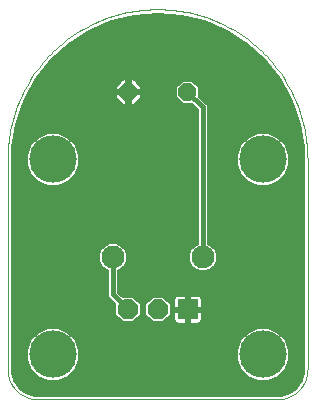
<source format=gbl>
G75*
%MOIN*%
%OFA0B0*%
%FSLAX25Y25*%
%IPPOS*%
%LPD*%
%AMOC8*
5,1,8,0,0,1.08239X$1,22.5*
%
%ADD10OC8,0.06600*%
%ADD11R,0.06600X0.06600*%
%ADD12C,0.00000*%
%ADD13C,0.15811*%
%ADD14C,0.07600*%
%ADD15OC8,0.05937*%
%ADD16C,0.01600*%
D10*
X0046800Y0054006D03*
X0056800Y0054006D03*
D11*
X0066800Y0054006D03*
D12*
X0096800Y0024006D02*
X0016800Y0024006D01*
X0016558Y0024009D01*
X0016317Y0024018D01*
X0016076Y0024032D01*
X0015835Y0024053D01*
X0015595Y0024079D01*
X0015355Y0024111D01*
X0015116Y0024149D01*
X0014879Y0024192D01*
X0014642Y0024242D01*
X0014407Y0024297D01*
X0014173Y0024357D01*
X0013941Y0024424D01*
X0013710Y0024495D01*
X0013481Y0024573D01*
X0013254Y0024656D01*
X0013029Y0024744D01*
X0012806Y0024838D01*
X0012586Y0024937D01*
X0012368Y0025042D01*
X0012153Y0025151D01*
X0011940Y0025266D01*
X0011730Y0025386D01*
X0011524Y0025511D01*
X0011320Y0025641D01*
X0011119Y0025776D01*
X0010922Y0025916D01*
X0010728Y0026060D01*
X0010538Y0026209D01*
X0010352Y0026363D01*
X0010169Y0026521D01*
X0009990Y0026683D01*
X0009815Y0026850D01*
X0009644Y0027021D01*
X0009477Y0027196D01*
X0009315Y0027375D01*
X0009157Y0027558D01*
X0009003Y0027744D01*
X0008854Y0027934D01*
X0008710Y0028128D01*
X0008570Y0028325D01*
X0008435Y0028526D01*
X0008305Y0028730D01*
X0008180Y0028936D01*
X0008060Y0029146D01*
X0007945Y0029359D01*
X0007836Y0029574D01*
X0007731Y0029792D01*
X0007632Y0030012D01*
X0007538Y0030235D01*
X0007450Y0030460D01*
X0007367Y0030687D01*
X0007289Y0030916D01*
X0007218Y0031147D01*
X0007151Y0031379D01*
X0007091Y0031613D01*
X0007036Y0031848D01*
X0006986Y0032085D01*
X0006943Y0032322D01*
X0006905Y0032561D01*
X0006873Y0032801D01*
X0006847Y0033041D01*
X0006826Y0033282D01*
X0006812Y0033523D01*
X0006803Y0033764D01*
X0006800Y0034006D01*
X0006800Y0104006D01*
X0006815Y0105224D01*
X0006859Y0106440D01*
X0006933Y0107656D01*
X0007037Y0108869D01*
X0007170Y0110079D01*
X0007333Y0111286D01*
X0007525Y0112488D01*
X0007746Y0113686D01*
X0007996Y0114878D01*
X0008275Y0116063D01*
X0008583Y0117241D01*
X0008920Y0118411D01*
X0009285Y0119573D01*
X0009678Y0120725D01*
X0010099Y0121868D01*
X0010548Y0122999D01*
X0011024Y0124120D01*
X0011528Y0125229D01*
X0012058Y0126325D01*
X0012615Y0127408D01*
X0013198Y0128477D01*
X0013806Y0129531D01*
X0014441Y0130571D01*
X0015100Y0131594D01*
X0015784Y0132602D01*
X0016493Y0133592D01*
X0017225Y0134565D01*
X0017981Y0135519D01*
X0018760Y0136455D01*
X0019561Y0137372D01*
X0020385Y0138269D01*
X0021230Y0139145D01*
X0022096Y0140001D01*
X0022983Y0140836D01*
X0023890Y0141648D01*
X0024816Y0142438D01*
X0025762Y0143206D01*
X0026725Y0143950D01*
X0027707Y0144670D01*
X0028706Y0145367D01*
X0029721Y0146039D01*
X0030753Y0146686D01*
X0031800Y0147307D01*
X0032862Y0147903D01*
X0033938Y0148473D01*
X0035027Y0149017D01*
X0036130Y0149533D01*
X0037245Y0150023D01*
X0038371Y0150486D01*
X0039508Y0150921D01*
X0040656Y0151328D01*
X0041813Y0151707D01*
X0042979Y0152058D01*
X0044153Y0152380D01*
X0045335Y0152674D01*
X0046524Y0152939D01*
X0047718Y0153174D01*
X0048918Y0153381D01*
X0050123Y0153558D01*
X0051331Y0153706D01*
X0052543Y0153824D01*
X0053758Y0153913D01*
X0054974Y0153973D01*
X0056191Y0154002D01*
X0057409Y0154002D01*
X0058626Y0153973D01*
X0059842Y0153913D01*
X0061057Y0153824D01*
X0062269Y0153706D01*
X0063477Y0153558D01*
X0064682Y0153381D01*
X0065882Y0153174D01*
X0067076Y0152939D01*
X0068265Y0152674D01*
X0069447Y0152380D01*
X0070621Y0152058D01*
X0071787Y0151707D01*
X0072944Y0151328D01*
X0074092Y0150921D01*
X0075229Y0150486D01*
X0076355Y0150023D01*
X0077470Y0149533D01*
X0078573Y0149017D01*
X0079662Y0148473D01*
X0080738Y0147903D01*
X0081800Y0147307D01*
X0082847Y0146686D01*
X0083879Y0146039D01*
X0084894Y0145367D01*
X0085893Y0144670D01*
X0086875Y0143950D01*
X0087838Y0143206D01*
X0088784Y0142438D01*
X0089710Y0141648D01*
X0090617Y0140836D01*
X0091504Y0140001D01*
X0092370Y0139145D01*
X0093215Y0138269D01*
X0094039Y0137372D01*
X0094840Y0136455D01*
X0095619Y0135519D01*
X0096375Y0134565D01*
X0097107Y0133592D01*
X0097816Y0132602D01*
X0098500Y0131594D01*
X0099159Y0130571D01*
X0099794Y0129531D01*
X0100402Y0128477D01*
X0100985Y0127408D01*
X0101542Y0126325D01*
X0102072Y0125229D01*
X0102576Y0124120D01*
X0103052Y0122999D01*
X0103501Y0121868D01*
X0103922Y0120725D01*
X0104315Y0119573D01*
X0104680Y0118411D01*
X0105017Y0117241D01*
X0105325Y0116063D01*
X0105604Y0114878D01*
X0105854Y0113686D01*
X0106075Y0112488D01*
X0106267Y0111286D01*
X0106430Y0110079D01*
X0106563Y0108869D01*
X0106667Y0107656D01*
X0106741Y0106440D01*
X0106785Y0105224D01*
X0106800Y0104006D01*
X0106800Y0034006D01*
X0106797Y0033764D01*
X0106788Y0033523D01*
X0106774Y0033282D01*
X0106753Y0033041D01*
X0106727Y0032801D01*
X0106695Y0032561D01*
X0106657Y0032322D01*
X0106614Y0032085D01*
X0106564Y0031848D01*
X0106509Y0031613D01*
X0106449Y0031379D01*
X0106382Y0031147D01*
X0106311Y0030916D01*
X0106233Y0030687D01*
X0106150Y0030460D01*
X0106062Y0030235D01*
X0105968Y0030012D01*
X0105869Y0029792D01*
X0105764Y0029574D01*
X0105655Y0029359D01*
X0105540Y0029146D01*
X0105420Y0028936D01*
X0105295Y0028730D01*
X0105165Y0028526D01*
X0105030Y0028325D01*
X0104890Y0028128D01*
X0104746Y0027934D01*
X0104597Y0027744D01*
X0104443Y0027558D01*
X0104285Y0027375D01*
X0104123Y0027196D01*
X0103956Y0027021D01*
X0103785Y0026850D01*
X0103610Y0026683D01*
X0103431Y0026521D01*
X0103248Y0026363D01*
X0103062Y0026209D01*
X0102872Y0026060D01*
X0102678Y0025916D01*
X0102481Y0025776D01*
X0102280Y0025641D01*
X0102076Y0025511D01*
X0101870Y0025386D01*
X0101660Y0025266D01*
X0101447Y0025151D01*
X0101232Y0025042D01*
X0101014Y0024937D01*
X0100794Y0024838D01*
X0100571Y0024744D01*
X0100346Y0024656D01*
X0100119Y0024573D01*
X0099890Y0024495D01*
X0099659Y0024424D01*
X0099427Y0024357D01*
X0099193Y0024297D01*
X0098958Y0024242D01*
X0098721Y0024192D01*
X0098484Y0024149D01*
X0098245Y0024111D01*
X0098005Y0024079D01*
X0097765Y0024053D01*
X0097524Y0024032D01*
X0097283Y0024018D01*
X0097042Y0024009D01*
X0096800Y0024006D01*
D13*
X0091800Y0039006D03*
X0091800Y0104006D03*
X0021800Y0104006D03*
X0021800Y0039006D03*
D14*
X0041800Y0071506D03*
X0071800Y0071506D03*
D15*
X0066643Y0126506D03*
X0046957Y0126506D03*
D16*
X0046773Y0126690D02*
X0046773Y0126322D01*
X0042189Y0126322D01*
X0042189Y0124531D01*
X0044982Y0121737D01*
X0046773Y0121737D01*
X0046773Y0126322D01*
X0047142Y0126322D01*
X0047142Y0126690D01*
X0051726Y0126690D01*
X0051726Y0128481D01*
X0048933Y0131274D01*
X0047142Y0131274D01*
X0047142Y0126690D01*
X0046773Y0126690D01*
X0042189Y0126690D01*
X0042189Y0128481D01*
X0044982Y0131274D01*
X0046773Y0131274D01*
X0046773Y0126690D01*
X0046773Y0126311D02*
X0047142Y0126311D01*
X0047142Y0126322D02*
X0047142Y0121737D01*
X0048933Y0121737D01*
X0051726Y0124531D01*
X0051726Y0126322D01*
X0047142Y0126322D01*
X0047142Y0127909D02*
X0046773Y0127909D01*
X0046773Y0129508D02*
X0047142Y0129508D01*
X0047142Y0131106D02*
X0046773Y0131106D01*
X0044814Y0131106D02*
X0017022Y0131106D01*
X0016449Y0130369D02*
X0021338Y0136651D01*
X0027195Y0142042D01*
X0033859Y0146397D01*
X0041149Y0149594D01*
X0048867Y0151549D01*
X0056800Y0152206D01*
X0064733Y0151549D01*
X0072451Y0149594D01*
X0079741Y0146397D01*
X0086405Y0142042D01*
X0092262Y0136651D01*
X0097151Y0130369D01*
X0100940Y0123368D01*
X0103525Y0115838D01*
X0104835Y0107986D01*
X0105000Y0104006D01*
X0105000Y0034006D01*
X0104899Y0032723D01*
X0104106Y0030283D01*
X0102598Y0028208D01*
X0100523Y0026700D01*
X0098083Y0025907D01*
X0096800Y0025806D01*
X0016800Y0025806D01*
X0015517Y0025907D01*
X0013077Y0026700D01*
X0011002Y0028208D01*
X0009494Y0030283D01*
X0008701Y0032723D01*
X0008600Y0034006D01*
X0008600Y0104006D01*
X0008765Y0107986D01*
X0010075Y0115838D01*
X0012660Y0123368D01*
X0016449Y0130369D01*
X0015983Y0129508D02*
X0043216Y0129508D01*
X0042189Y0127909D02*
X0015117Y0127909D01*
X0014252Y0126311D02*
X0042189Y0126311D01*
X0042189Y0124712D02*
X0013387Y0124712D01*
X0012573Y0123114D02*
X0043606Y0123114D01*
X0046773Y0123114D02*
X0047142Y0123114D01*
X0047142Y0124712D02*
X0046773Y0124712D01*
X0050309Y0123114D02*
X0063857Y0123114D01*
X0064833Y0122137D02*
X0067900Y0122137D01*
X0069600Y0120437D01*
X0069600Y0076223D01*
X0068854Y0075914D01*
X0067392Y0074451D01*
X0066600Y0072540D01*
X0066600Y0070472D01*
X0067392Y0068560D01*
X0068854Y0067098D01*
X0070766Y0066306D01*
X0072834Y0066306D01*
X0074746Y0067098D01*
X0076208Y0068560D01*
X0077000Y0070472D01*
X0077000Y0072540D01*
X0076208Y0074451D01*
X0074746Y0075914D01*
X0074000Y0076223D01*
X0074000Y0122260D01*
X0072711Y0123548D01*
X0071011Y0125249D01*
X0071011Y0128315D01*
X0068452Y0130874D01*
X0064833Y0130874D01*
X0062274Y0128315D01*
X0062274Y0124696D01*
X0064833Y0122137D01*
X0062274Y0124712D02*
X0051726Y0124712D01*
X0051726Y0126311D02*
X0062274Y0126311D01*
X0062274Y0127909D02*
X0051726Y0127909D01*
X0050699Y0129508D02*
X0063466Y0129508D01*
X0066643Y0126506D02*
X0071800Y0121348D01*
X0071800Y0071506D01*
X0075502Y0075158D02*
X0105000Y0075158D01*
X0105000Y0073560D02*
X0076578Y0073560D01*
X0077000Y0071961D02*
X0105000Y0071961D01*
X0105000Y0070363D02*
X0076955Y0070363D01*
X0076293Y0068764D02*
X0105000Y0068764D01*
X0105000Y0067166D02*
X0074814Y0067166D01*
X0068786Y0067166D02*
X0044814Y0067166D01*
X0044746Y0067098D02*
X0046208Y0068560D01*
X0047000Y0070472D01*
X0047000Y0072540D01*
X0046208Y0074451D01*
X0044746Y0075914D01*
X0042834Y0076706D01*
X0040766Y0076706D01*
X0038854Y0075914D01*
X0037392Y0074451D01*
X0036600Y0072540D01*
X0036600Y0070472D01*
X0037392Y0068560D01*
X0038854Y0067098D01*
X0039600Y0066789D01*
X0039600Y0058095D01*
X0042100Y0055595D01*
X0042100Y0052059D01*
X0044853Y0049306D01*
X0048747Y0049306D01*
X0051500Y0052059D01*
X0051500Y0055953D01*
X0048747Y0058706D01*
X0045211Y0058706D01*
X0044000Y0059917D01*
X0044000Y0066789D01*
X0044746Y0067098D01*
X0044000Y0065567D02*
X0105000Y0065567D01*
X0105000Y0063969D02*
X0044000Y0063969D01*
X0044000Y0062370D02*
X0105000Y0062370D01*
X0105000Y0060772D02*
X0044000Y0060772D01*
X0044744Y0059173D02*
X0105000Y0059173D01*
X0105000Y0057575D02*
X0071891Y0057575D01*
X0071900Y0057543D02*
X0071777Y0058001D01*
X0071540Y0058411D01*
X0071205Y0058746D01*
X0070795Y0058983D01*
X0070337Y0059106D01*
X0066886Y0059106D01*
X0066886Y0054092D01*
X0066714Y0054092D01*
X0066714Y0059106D01*
X0063263Y0059106D01*
X0062805Y0058983D01*
X0062395Y0058746D01*
X0062060Y0058411D01*
X0061823Y0058001D01*
X0061700Y0057543D01*
X0061700Y0054092D01*
X0066714Y0054092D01*
X0066714Y0053920D01*
X0061700Y0053920D01*
X0061700Y0050469D01*
X0061823Y0050011D01*
X0062060Y0049601D01*
X0062395Y0049266D01*
X0062805Y0049029D01*
X0063263Y0048906D01*
X0066714Y0048906D01*
X0066714Y0053920D01*
X0066886Y0053920D01*
X0066886Y0054092D01*
X0071900Y0054092D01*
X0071900Y0057543D01*
X0071900Y0055976D02*
X0105000Y0055976D01*
X0105000Y0054378D02*
X0071900Y0054378D01*
X0071900Y0053920D02*
X0066886Y0053920D01*
X0066886Y0048906D01*
X0070337Y0048906D01*
X0070795Y0049029D01*
X0071205Y0049266D01*
X0071540Y0049601D01*
X0071777Y0050011D01*
X0071900Y0050469D01*
X0071900Y0053920D01*
X0071900Y0052779D02*
X0105000Y0052779D01*
X0105000Y0051181D02*
X0071900Y0051181D01*
X0071522Y0049582D02*
X0105000Y0049582D01*
X0105000Y0047984D02*
X0094442Y0047984D01*
X0093651Y0048311D02*
X0089949Y0048311D01*
X0086529Y0046895D01*
X0083911Y0044277D01*
X0082494Y0040857D01*
X0082494Y0037155D01*
X0083911Y0033735D01*
X0086529Y0031117D01*
X0089949Y0029700D01*
X0093651Y0029700D01*
X0097071Y0031117D01*
X0099689Y0033735D01*
X0101105Y0037155D01*
X0101105Y0040857D01*
X0099689Y0044277D01*
X0097071Y0046895D01*
X0093651Y0048311D01*
X0097581Y0046385D02*
X0105000Y0046385D01*
X0105000Y0044787D02*
X0099179Y0044787D01*
X0100140Y0043188D02*
X0105000Y0043188D01*
X0105000Y0041590D02*
X0100802Y0041590D01*
X0101105Y0039991D02*
X0105000Y0039991D01*
X0105000Y0038393D02*
X0101105Y0038393D01*
X0100956Y0036794D02*
X0105000Y0036794D01*
X0105000Y0035195D02*
X0100294Y0035195D01*
X0099551Y0033597D02*
X0104968Y0033597D01*
X0104664Y0031998D02*
X0097953Y0031998D01*
X0095340Y0030400D02*
X0104144Y0030400D01*
X0103030Y0028801D02*
X0010570Y0028801D01*
X0009456Y0030400D02*
X0018260Y0030400D01*
X0019949Y0029700D02*
X0023651Y0029700D01*
X0027071Y0031117D01*
X0029689Y0033735D01*
X0031105Y0037155D01*
X0031105Y0040857D01*
X0029689Y0044277D01*
X0027071Y0046895D01*
X0023651Y0048311D01*
X0019949Y0048311D01*
X0016529Y0046895D01*
X0013911Y0044277D01*
X0012494Y0040857D01*
X0012494Y0037155D01*
X0013911Y0033735D01*
X0016529Y0031117D01*
X0019949Y0029700D01*
X0015647Y0031998D02*
X0008936Y0031998D01*
X0008632Y0033597D02*
X0014049Y0033597D01*
X0013306Y0035195D02*
X0008600Y0035195D01*
X0008600Y0036794D02*
X0012644Y0036794D01*
X0012494Y0038393D02*
X0008600Y0038393D01*
X0008600Y0039991D02*
X0012494Y0039991D01*
X0012798Y0041590D02*
X0008600Y0041590D01*
X0008600Y0043188D02*
X0013460Y0043188D01*
X0014421Y0044787D02*
X0008600Y0044787D01*
X0008600Y0046385D02*
X0016019Y0046385D01*
X0019158Y0047984D02*
X0008600Y0047984D01*
X0008600Y0049582D02*
X0044577Y0049582D01*
X0042979Y0051181D02*
X0008600Y0051181D01*
X0008600Y0052779D02*
X0042100Y0052779D01*
X0042100Y0054378D02*
X0008600Y0054378D01*
X0008600Y0055976D02*
X0041718Y0055976D01*
X0040120Y0057575D02*
X0008600Y0057575D01*
X0008600Y0059173D02*
X0039600Y0059173D01*
X0039600Y0060772D02*
X0008600Y0060772D01*
X0008600Y0062370D02*
X0039600Y0062370D01*
X0039600Y0063969D02*
X0008600Y0063969D01*
X0008600Y0065567D02*
X0039600Y0065567D01*
X0038786Y0067166D02*
X0008600Y0067166D01*
X0008600Y0068764D02*
X0037307Y0068764D01*
X0036645Y0070363D02*
X0008600Y0070363D01*
X0008600Y0071961D02*
X0036600Y0071961D01*
X0037022Y0073560D02*
X0008600Y0073560D01*
X0008600Y0075158D02*
X0038098Y0075158D01*
X0041800Y0071506D02*
X0041800Y0059006D01*
X0046800Y0054006D01*
X0049878Y0057575D02*
X0053722Y0057575D01*
X0054853Y0058706D02*
X0052100Y0055953D01*
X0052100Y0052059D01*
X0054853Y0049306D01*
X0058747Y0049306D01*
X0061500Y0052059D01*
X0061500Y0055953D01*
X0058747Y0058706D01*
X0054853Y0058706D01*
X0052123Y0055976D02*
X0051477Y0055976D01*
X0051500Y0054378D02*
X0052100Y0054378D01*
X0052100Y0052779D02*
X0051500Y0052779D01*
X0050621Y0051181D02*
X0052979Y0051181D01*
X0054577Y0049582D02*
X0049023Y0049582D01*
X0059023Y0049582D02*
X0062078Y0049582D01*
X0061700Y0051181D02*
X0060621Y0051181D01*
X0061500Y0052779D02*
X0061700Y0052779D01*
X0061700Y0054378D02*
X0061500Y0054378D01*
X0061477Y0055976D02*
X0061700Y0055976D01*
X0061709Y0057575D02*
X0059878Y0057575D01*
X0066714Y0057575D02*
X0066886Y0057575D01*
X0066886Y0055976D02*
X0066714Y0055976D01*
X0066714Y0054378D02*
X0066886Y0054378D01*
X0066886Y0052779D02*
X0066714Y0052779D01*
X0066714Y0051181D02*
X0066886Y0051181D01*
X0066886Y0049582D02*
X0066714Y0049582D01*
X0067307Y0068764D02*
X0046293Y0068764D01*
X0046955Y0070363D02*
X0066645Y0070363D01*
X0066600Y0071961D02*
X0047000Y0071961D01*
X0046578Y0073560D02*
X0067022Y0073560D01*
X0068098Y0075158D02*
X0045502Y0075158D01*
X0027071Y0096117D02*
X0029689Y0098735D01*
X0031105Y0102155D01*
X0031105Y0105857D01*
X0029689Y0109277D01*
X0027071Y0111895D01*
X0023651Y0113311D01*
X0019949Y0113311D01*
X0016529Y0111895D01*
X0013911Y0109277D01*
X0012494Y0105857D01*
X0012494Y0102155D01*
X0013911Y0098735D01*
X0016529Y0096117D01*
X0019949Y0094700D01*
X0023651Y0094700D01*
X0027071Y0096117D01*
X0026641Y0095939D02*
X0069600Y0095939D01*
X0069600Y0097537D02*
X0028491Y0097537D01*
X0029855Y0099136D02*
X0069600Y0099136D01*
X0069600Y0100734D02*
X0030517Y0100734D01*
X0031105Y0102333D02*
X0069600Y0102333D01*
X0069600Y0103931D02*
X0031105Y0103931D01*
X0031105Y0105530D02*
X0069600Y0105530D01*
X0069600Y0107128D02*
X0030579Y0107128D01*
X0029917Y0108727D02*
X0069600Y0108727D01*
X0069600Y0110326D02*
X0028640Y0110326D01*
X0027000Y0111924D02*
X0069600Y0111924D01*
X0069600Y0113523D02*
X0009688Y0113523D01*
X0009955Y0115121D02*
X0069600Y0115121D01*
X0069600Y0116720D02*
X0010377Y0116720D01*
X0010926Y0118318D02*
X0069600Y0118318D01*
X0069600Y0119917D02*
X0011475Y0119917D01*
X0012024Y0121515D02*
X0068522Y0121515D01*
X0071548Y0124712D02*
X0100213Y0124712D01*
X0101027Y0123114D02*
X0073146Y0123114D01*
X0074000Y0121515D02*
X0101576Y0121515D01*
X0102125Y0119917D02*
X0074000Y0119917D01*
X0074000Y0118318D02*
X0102674Y0118318D01*
X0103223Y0116720D02*
X0074000Y0116720D01*
X0074000Y0115121D02*
X0103645Y0115121D01*
X0103912Y0113523D02*
X0074000Y0113523D01*
X0074000Y0111924D02*
X0086600Y0111924D01*
X0086529Y0111895D02*
X0083911Y0109277D01*
X0082494Y0105857D01*
X0082494Y0102155D01*
X0083911Y0098735D01*
X0086529Y0096117D01*
X0089949Y0094700D01*
X0093651Y0094700D01*
X0097071Y0096117D01*
X0099689Y0098735D01*
X0101105Y0102155D01*
X0101105Y0105857D01*
X0099689Y0109277D01*
X0097071Y0111895D01*
X0093651Y0113311D01*
X0089949Y0113311D01*
X0086529Y0111895D01*
X0084960Y0110326D02*
X0074000Y0110326D01*
X0074000Y0108727D02*
X0083683Y0108727D01*
X0083021Y0107128D02*
X0074000Y0107128D01*
X0074000Y0105530D02*
X0082494Y0105530D01*
X0082494Y0103931D02*
X0074000Y0103931D01*
X0074000Y0102333D02*
X0082494Y0102333D01*
X0083083Y0100734D02*
X0074000Y0100734D01*
X0074000Y0099136D02*
X0083745Y0099136D01*
X0085109Y0097537D02*
X0074000Y0097537D01*
X0074000Y0095939D02*
X0086959Y0095939D01*
X0096641Y0095939D02*
X0105000Y0095939D01*
X0105000Y0097537D02*
X0098491Y0097537D01*
X0099855Y0099136D02*
X0105000Y0099136D01*
X0105000Y0100734D02*
X0100517Y0100734D01*
X0101105Y0102333D02*
X0105000Y0102333D01*
X0105000Y0103931D02*
X0101105Y0103931D01*
X0101105Y0105530D02*
X0104937Y0105530D01*
X0104871Y0107128D02*
X0100579Y0107128D01*
X0099917Y0108727D02*
X0104712Y0108727D01*
X0104445Y0110326D02*
X0098640Y0110326D01*
X0097000Y0111924D02*
X0104178Y0111924D01*
X0099348Y0126311D02*
X0071011Y0126311D01*
X0071011Y0127909D02*
X0098483Y0127909D01*
X0097617Y0129508D02*
X0069819Y0129508D01*
X0081124Y0145493D02*
X0032476Y0145493D01*
X0030029Y0143894D02*
X0083571Y0143894D01*
X0086017Y0142296D02*
X0027583Y0142296D01*
X0025734Y0140697D02*
X0087866Y0140697D01*
X0086405Y0142042D02*
X0086405Y0142042D01*
X0089603Y0139099D02*
X0023997Y0139099D01*
X0022261Y0137500D02*
X0091339Y0137500D01*
X0092845Y0135902D02*
X0020755Y0135902D01*
X0019511Y0134303D02*
X0094089Y0134303D01*
X0095333Y0132705D02*
X0018267Y0132705D01*
X0016600Y0111924D02*
X0009422Y0111924D01*
X0009155Y0110326D02*
X0014960Y0110326D01*
X0013683Y0108727D02*
X0008888Y0108727D01*
X0008729Y0107128D02*
X0013021Y0107128D01*
X0012494Y0105530D02*
X0008663Y0105530D01*
X0008600Y0103931D02*
X0012494Y0103931D01*
X0012494Y0102333D02*
X0008600Y0102333D01*
X0008600Y0100734D02*
X0013083Y0100734D01*
X0013745Y0099136D02*
X0008600Y0099136D01*
X0008600Y0097537D02*
X0015109Y0097537D01*
X0016959Y0095939D02*
X0008600Y0095939D01*
X0008600Y0094340D02*
X0069600Y0094340D01*
X0069600Y0092742D02*
X0008600Y0092742D01*
X0008600Y0091143D02*
X0069600Y0091143D01*
X0069600Y0089545D02*
X0008600Y0089545D01*
X0008600Y0087946D02*
X0069600Y0087946D01*
X0069600Y0086348D02*
X0008600Y0086348D01*
X0008600Y0084749D02*
X0069600Y0084749D01*
X0069600Y0083151D02*
X0008600Y0083151D01*
X0008600Y0081552D02*
X0069600Y0081552D01*
X0069600Y0079954D02*
X0008600Y0079954D01*
X0008600Y0078355D02*
X0069600Y0078355D01*
X0069600Y0076757D02*
X0008600Y0076757D01*
X0024442Y0047984D02*
X0089158Y0047984D01*
X0086019Y0046385D02*
X0027581Y0046385D01*
X0029179Y0044787D02*
X0084421Y0044787D01*
X0083460Y0043188D02*
X0030140Y0043188D01*
X0030802Y0041590D02*
X0082798Y0041590D01*
X0082494Y0039991D02*
X0031105Y0039991D01*
X0031105Y0038393D02*
X0082494Y0038393D01*
X0082644Y0036794D02*
X0030956Y0036794D01*
X0030294Y0035195D02*
X0083306Y0035195D01*
X0084049Y0033597D02*
X0029551Y0033597D01*
X0027953Y0031998D02*
X0085647Y0031998D01*
X0088260Y0030400D02*
X0025340Y0030400D01*
X0012385Y0027203D02*
X0101215Y0027203D01*
X0105000Y0076757D02*
X0074000Y0076757D01*
X0074000Y0078355D02*
X0105000Y0078355D01*
X0105000Y0079954D02*
X0074000Y0079954D01*
X0074000Y0081552D02*
X0105000Y0081552D01*
X0105000Y0083151D02*
X0074000Y0083151D01*
X0074000Y0084749D02*
X0105000Y0084749D01*
X0105000Y0086348D02*
X0074000Y0086348D01*
X0074000Y0087946D02*
X0105000Y0087946D01*
X0105000Y0089545D02*
X0074000Y0089545D01*
X0074000Y0091143D02*
X0105000Y0091143D01*
X0105000Y0092742D02*
X0074000Y0092742D01*
X0074000Y0094340D02*
X0105000Y0094340D01*
X0096578Y0131106D02*
X0049101Y0131106D01*
X0039087Y0148690D02*
X0074513Y0148690D01*
X0078157Y0147091D02*
X0035443Y0147091D01*
X0043890Y0150288D02*
X0069710Y0150288D01*
X0060651Y0151887D02*
X0052949Y0151887D01*
M02*

</source>
